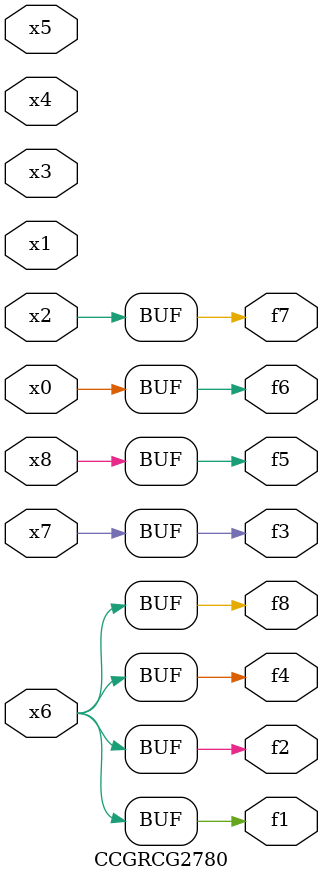
<source format=v>
module CCGRCG2780(
	input x0, x1, x2, x3, x4, x5, x6, x7, x8,
	output f1, f2, f3, f4, f5, f6, f7, f8
);
	assign f1 = x6;
	assign f2 = x6;
	assign f3 = x7;
	assign f4 = x6;
	assign f5 = x8;
	assign f6 = x0;
	assign f7 = x2;
	assign f8 = x6;
endmodule

</source>
